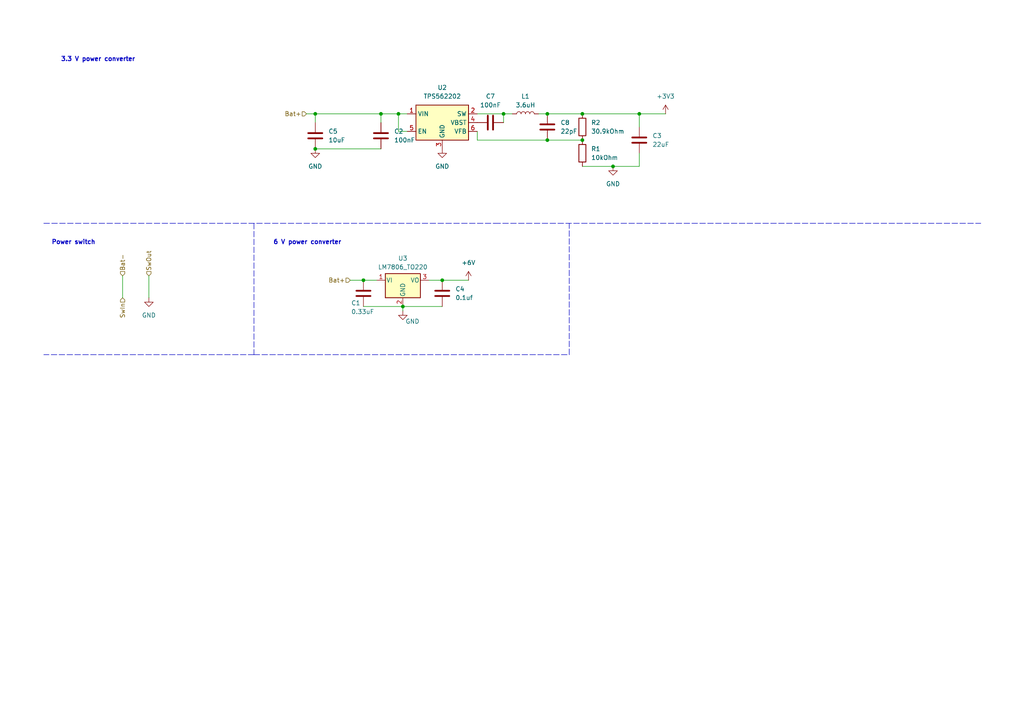
<source format=kicad_sch>
(kicad_sch (version 20250114) (generator "eeschema") (generator_version "9.0")
  (paper "A4")
  (lib_symbols
    (symbol "Device:C" (pin_numbers (hide yes)) (pin_names (offset 0.254))
      (property "Reference" "C" (at 0.635 2.54 0))
      (property "Value" "C" (at 0.635 -2.54 0))
      (symbol "C_0_1"
        (polyline (pts (xy -2.032 0.762) (xy 2.032 0.762)) (stroke (width 0.508)))
        (polyline (pts (xy -2.032 -0.762) (xy 2.032 -0.762)) (stroke (width 0.508)))
      )
      (symbol "C_1_1"
        (pin passive line (at 0 3.81 270) (length 2.794) (name "~") (number "1"))
        (pin passive line (at 0 -3.81 90) (length 2.794) (name "~") (number "2"))
      )
    )
    (symbol "Device:L" (pin_numbers (hide yes)) (pin_names (offset 1.016) (hide yes))
      (property "Reference" "L" (at -1.27 0 90))
      (property "Value" "L" (at 1.905 0 90))
      (symbol "L_0_1"
        (arc (start 0 2.54) (mid 0.6323 1.905) (end 0 1.27))
        (arc (start 0 1.27) (mid 0.6323 0.635) (end 0 0))
        (arc (start 0 0) (mid 0.6323 -0.635) (end 0 -1.27))
        (arc (start 0 -1.27) (mid 0.6323 -1.905) (end 0 -2.54))
      )
      (symbol "L_1_1"
        (pin passive line (at 0 3.81 270) (length 1.27) (name "1") (number "1"))
        (pin passive line (at 0 -3.81 90) (length 1.27) (name "2") (number "2"))
      )
    )
    (symbol "Device:R" (pin_numbers (hide yes)) (pin_names (offset 0))
      (property "Reference" "R" (at 2.032 0 90))
      (property "Value" "R" (at 0 0 90))
      (symbol "R_0_1"
        (rectangle (start -1.016 -2.54) (end 1.016 2.54) (stroke (width 0.254)))
      )
      (symbol "R_1_1"
        (pin passive line (at 0 3.81 270) (length 1.27) (name "~") (number "1"))
        (pin passive line (at 0 -3.81 90) (length 1.27) (name "~") (number "2"))
      )
    )
    (symbol "Regulator_Linear:LM7806_TO220" (pin_names (offset 0.254))
      (property "Reference" "U" (at -3.81 3.175 0))
      (property "Value" "LM7806_TO220" (at 0 3.175 0))
      (symbol "LM7806_TO220_0_1"
        (rectangle (start -5.08 1.905) (end 5.08 -5.08) (stroke (width 0.254)) (fill (type background)))
      )
      (symbol "LM7806_TO220_1_1"
        (pin power_in line (at -7.62 0 0) (length 2.54) (name "VI") (number "1"))
        (pin power_in line (at 0 -7.62 90) (length 2.54) (name "GND") (number "2"))
        (pin power_out line (at 7.62 0 180) (length 2.54) (name "VO") (number "3"))
      )
    )
    (symbol "Regulator_Switching:TPS562202"
      (property "Reference" "U" (at -7.62 6.35 0))
      (property "Value" "TPS562202" (at -2.54 6.35 0))
      (symbol "TPS562202_0_1"
        (rectangle (start -7.62 5.08) (end 7.62 -5.08) (stroke (width 0.254)) (fill (type background)))
      )
      (symbol "TPS562202_1_1"
        (pin power_in line (at -10.16 2.54 0) (length 2.54) (name "VIN") (number "1"))
        (pin input line (at -10.16 -2.54 0) (length 2.54) (name "EN") (number "5"))
        (pin power_in line (at 0 -7.62 90) (length 2.54) (name "GND") (number "3"))
        (pin output line (at 10.16 2.54 180) (length 2.54) (name "SW") (number "2"))
        (pin passive line (at 10.16 0 180) (length 2.54) (name "VBST") (number "4"))
        (pin input line (at 10.16 -2.54 180) (length 2.54) (name "VFB") (number "6"))
      )
    )
    (symbol "power:+3V3" (power) (pin_numbers (hide yes)) (pin_names (offset 0) (hide yes))
      (property "Value" "+3V3" (at 0 3.556 0))
      (symbol "+3V3_0_1"
        (polyline (pts (xy -0.762 1.27) (xy 0 2.54)))
        (polyline (pts (xy 0 2.54) (xy 0.762 1.27)))
        (polyline (pts (xy 0 0) (xy 0 2.54)))
      )
      (symbol "+3V3_1_1"
        (pin power_in line (at 0 0 90) (length 0) (name "~") (number "1"))
      )
    )
    (symbol "power:+6V" (power) (pin_numbers (hide yes)) (pin_names (offset 0) (hide yes))
      (property "Value" "+6V" (at 0 3.556 0))
      (symbol "+6V_0_1"
        (polyline (pts (xy -0.762 1.27) (xy 0 2.54)))
        (polyline (pts (xy 0 2.54) (xy 0.762 1.27)))
        (polyline (pts (xy 0 0) (xy 0 2.54)))
      )
      (symbol "+6V_1_1"
        (pin power_in line (at 0 0 90) (length 0) (name "~") (number "1"))
      )
    )
    (symbol "power:GND" (power) (pin_numbers (hide yes)) (pin_names (offset 0) (hide yes))
      (property "Value" "GND" (at 0 -3.81 0))
      (symbol "GND_0_1"
        (polyline (pts (xy 0 0) (xy 0 -1.27) (xy 1.27 -1.27) (xy 0 -2.54) (xy -1.27 -1.27) (xy 0 -1.27)))
      )
      (symbol "GND_1_1"
        (pin power_in line (at 0 0 270) (length 0) (name "~") (number "1"))
      )
    )
  )
  (text "6 V power converter" (at 89.154 70.358 0) (effects (font (size 1.27 1.27) (thickness 0.254) (bold yes))))
  (text "Power switch" (at 21.336 70.358 0) (effects (font (size 1.27 1.27) (thickness 0.254) (bold yes))))
  (text "3.3 V power converter" (at 28.448 17.272 0) (effects (font (size 1.27 1.27) (thickness 0.254) (bold yes))))
  (junction (at 146.05 33.02))
  (junction (at 115.57 33.02))
  (junction (at 168.91 33.02))
  (junction (at 168.91 40.64))
  (junction (at 91.44 33.02))
  (junction (at 91.44 43.18))
  (junction (at 177.8 48.26))
  (junction (at 185.42 33.02))
  (junction (at 158.75 33.02))
  (junction (at 116.84 88.9))
  (junction (at 105.41 81.28))
  (junction (at 158.75 40.64))
  (junction (at 110.49 33.02))
  (junction (at 128.27 81.28))
  (wire (pts (xy 156.21 33.02) (xy 158.75 33.02)))
  (wire (pts (xy 118.11 38.1) (xy 115.57 38.1)))
  (wire (pts (xy 91.44 33.02) (xy 91.44 35.56)))
  (wire (pts (xy 124.46 81.28) (xy 128.27 81.28)))
  (wire (pts (xy 43.18 80.01) (xy 43.18 86.36)))
  (wire (pts (xy 158.75 33.02) (xy 168.91 33.02)))
  (wire (pts (xy 115.57 38.1) (xy 115.57 33.02)))
  (wire (pts (xy 185.42 33.02) (xy 193.04 33.02)))
  (wire (pts (xy 138.43 33.02) (xy 146.05 33.02)))
  (wire (pts (xy 110.49 33.02) (xy 115.57 33.02)))
  (wire (pts (xy 168.91 48.26) (xy 177.8 48.26)))
  (wire (pts (xy 105.41 88.9) (xy 116.84 88.9)))
  (wire (pts (xy 158.75 40.64) (xy 168.91 40.64)))
  (wire (pts (xy 146.05 33.02) (xy 148.59 33.02)))
  (wire (pts (xy 91.44 33.02) (xy 110.49 33.02)))
  (wire (pts (xy 168.91 33.02) (xy 185.42 33.02)))
  (polyline (pts (xy 73.66 102.87) (xy 165.1 102.87)) (stroke (width 0) (type dash)))
  (wire (pts (xy 185.42 36.83) (xy 185.42 33.02)))
  (wire (pts (xy 115.57 33.02) (xy 118.11 33.02)))
  (wire (pts (xy 109.22 81.28) (xy 105.41 81.28)))
  (wire (pts (xy 35.56 80.01) (xy 35.56 86.36)))
  (wire (pts (xy 146.05 33.02) (xy 146.05 35.56)))
  (wire (pts (xy 138.43 40.64) (xy 158.75 40.64)))
  (polyline (pts (xy 12.7 64.77) (xy 143.51 64.77)) (stroke (width 0) (type dash)))
  (wire (pts (xy 185.42 48.26) (xy 185.42 44.45)))
  (wire (pts (xy 88.9 33.02) (xy 91.44 33.02)))
  (polyline (pts (xy 73.66 102.87) (xy 12.7 102.87)) (stroke (width 0) (type dash)))
  (polyline (pts (xy 143.51 64.77) (xy 284.48 64.77)) (stroke (width 0) (type dash)))
  (wire (pts (xy 116.84 88.9) (xy 116.84 90.17)))
  (wire (pts (xy 138.43 38.1) (xy 138.43 40.64)))
  (wire (pts (xy 128.27 81.28) (xy 135.89 81.28)))
  (wire (pts (xy 128.27 88.9) (xy 116.84 88.9)))
  (wire (pts (xy 110.49 33.02) (xy 110.49 35.56)))
  (wire (pts (xy 101.6 81.28) (xy 105.41 81.28)))
  (polyline (pts (xy 165.1 102.87) (xy 165.1 64.77)) (stroke (width 0) (type dash)))
  (wire (pts (xy 91.44 43.18) (xy 110.49 43.18)))
  (polyline (pts (xy 73.66 64.77) (xy 73.66 102.87)) (stroke (width 0) (type dash)))
  (wire (pts (xy 177.8 48.26) (xy 185.42 48.26)))
  (hierarchical_label "Bat-" (shape input) (at 35.56 80.01 90))
  (hierarchical_label "Bat+" (shape input) (at 101.6 81.28 180))
  (hierarchical_label "SwIn" (shape input) (at 35.56 86.36 270))
  (hierarchical_label "Bat+" (shape input) (at 88.9 33.02 180))
  (hierarchical_label "SwOut" (shape input) (at 43.18 80.01 90))
  (symbol (lib_id "Regulator_Linear:LM7806_TO220") (at 116.84 81.28 0) (unit 1)
    (property "Reference" "U3" (at 116.84 74.93 0))
    (property "Value" "LM7806_TO220" (at 116.84 77.47 0))
    (property "Footprint" "Package_TO_SOT_THT:TO-220-3_Vertical" (effects (hide yes)))
    (property "Datasheet" "https://www.onsemi.cn/PowerSolutions/document/MC7800-D.PDF" (effects (hide yes)))
    (property "Description" "Positive 1A 35V Linear Regulator, Fixed Output 6V, TO-220" (effects (hide yes)))
  )
  (symbol (lib_id "power:GND") (at 177.8 48.26 0) (unit 1)
    (property "Reference" "#PWR04" (effects (hide yes)))
    (property "Value" "GND" (at 177.8 53.34 0))
    (property "Description" "Power symbol creates a global label with name \"GND\" , ground" (effects (hide yes)))
  )
  (symbol (lib_id "power:+6V") (at 135.89 81.28 0) (unit 1)
    (property "Reference" "#PWR05" (effects (hide yes)))
    (property "Value" "+6V" (at 135.89 76.2 0))
    (property "Description" "Power symbol creates a global label with name \"+6V\"" (effects (hide yes)))
  )
  (symbol (lib_id "Device:C") (at 128.27 85.09 0) (unit 1)
    (property "Reference" "C4" (at 132.08 83.8199 0) (effects (justify left)))
    (property "Value" "0.1uf" (at 132.08 86.3599 0) (effects (justify left)))
    (property "Footprint" "Capacitor_SMD:C_0402_1005Metric_Pad0.74x0.62mm_HandSolder" (effects (hide yes)))
    (property "Description" "Unpolarized capacitor" (effects (hide yes)))
  )
  (symbol (lib_id "power:GND") (at 91.44 43.18 0) (unit 1)
    (property "Reference" "#PWR01" (effects (hide yes)))
    (property "Value" "GND" (at 91.44 48.26 0))
    (property "Description" "Power symbol creates a global label with name \"GND\" , ground" (effects (hide yes)))
  )
  (symbol (lib_id "power:GND") (at 128.27 43.18 0) (unit 1)
    (property "Reference" "#PWR02" (effects (hide yes)))
    (property "Value" "GND" (at 128.27 48.26 0))
    (property "Description" "Power symbol creates a global label with name \"GND\" , ground" (effects (hide yes)))
  )
  (symbol (lib_id "power:GND") (at 43.18 86.36 0) (unit 1)
    (property "Reference" "#PWR07" (effects (hide yes)))
    (property "Value" "GND" (at 43.18 91.44 0))
    (property "Description" "Power symbol creates a global label with name \"GND\" , ground" (effects (hide yes)))
  )
  (symbol (lib_id "Regulator_Switching:TPS562202") (at 128.27 35.56 0) (unit 1)
    (property "Reference" "U2" (at 128.27 25.4 0))
    (property "Value" "TPS562202" (at 128.27 27.94 0))
    (property "Footprint" "Package_TO_SOT_SMD:SOT-563" (effects (hide yes)))
    (property "Datasheet" "https://www.ti.com/lit/gpn/tps562202" (effects (hide yes)))
    (property "Description" "2A Synchronous Step-Down Voltage Regulator 580kHz, adjustable output voltage, 4.5-17V Input Voltage, 0.804V-7V Output Voltage, SOT-563" (effects (hide yes)))
  )
  (symbol (lib_id "Device:C") (at 158.75 36.83 0) (unit 1)
    (property "Reference" "C8" (at 162.56 35.5599 0) (effects (justify left)))
    (property "Value" "22pF" (at 162.56 38.0999 0) (effects (justify left)))
    (property "Footprint" "Capacitor_SMD:C_0201_0603Metric_Pad0.64x0.40mm_HandSolder" (effects (hide yes)))
    (property "Description" "Unpolarized capacitor" (effects (hide yes)))
  )
  (symbol (lib_id "power:GND") (at 116.84 90.17 0) (unit 1)
    (property "Reference" "#PWR03" (effects (hide yes)))
    (property "Value" "GND" (at 119.634 93.218 0))
    (property "Description" "Power symbol creates a global label with name \"GND\" , ground" (effects (hide yes)))
  )
  (symbol (lib_id "Device:C") (at 105.41 85.09 0) (unit 1)
    (property "Reference" "C1" (at 101.854 87.884 0) (effects (justify left)))
    (property "Value" "0.33uF" (at 101.854 90.424 0) (effects (justify left)))
    (property "Footprint" "Capacitor_SMD:C_0402_1005Metric_Pad0.74x0.62mm_HandSolder" (effects (hide yes)))
    (property "Description" "Unpolarized capacitor" (effects (hide yes)))
  )
  (symbol (lib_id "Device:C") (at 91.44 39.37 0) (unit 1)
    (property "Reference" "C5" (at 95.25 38.0999 0) (effects (justify left)))
    (property "Value" "10uF" (at 95.25 40.6399 0) (effects (justify left)))
    (property "Footprint" "Capacitor_SMD:C_0805_2012Metric_Pad1.18x1.45mm_HandSolder" (effects (hide yes)))
    (property "Description" "Unpolarized capacitor" (effects (hide yes)))
  )
  (symbol (lib_id "Device:L") (at 152.4 33.02 90) (unit 1)
    (property "Reference" "L1" (at 152.4 27.94 90))
    (property "Value" "3.6uH" (at 152.4 30.48 90))
    (property "Footprint" "Inductor_SMD:L_Bourns-SRN8040_8x8.15mm" (effects (hide yes)))
    (property "Description" "Inductor" (effects (hide yes)))
  )
  (symbol (lib_id "Device:C") (at 185.42 40.64 0) (unit 1)
    (property "Reference" "C3" (at 189.23 39.3699 0) (effects (justify left)))
    (property "Value" "22uF" (at 189.23 41.9099 0) (effects (justify left)))
    (property "Footprint" "Capacitor_SMD:C_0805_2012Metric_Pad1.18x1.45mm_HandSolder" (effects (hide yes)))
    (property "Description" "Unpolarized capacitor" (effects (hide yes)))
  )
  (symbol (lib_id "Device:R") (at 168.91 44.45 0) (unit 1)
    (property "Reference" "R1" (at 171.45 43.1799 0) (effects (justify left)))
    (property "Value" "10kOhm" (at 171.45 45.7199 0) (effects (justify left)))
    (property "Footprint" "Resistor_SMD:R_0402_1005Metric_Pad0.72x0.64mm_HandSolder" (effects (hide yes)))
    (property "Description" "Resistor" (effects (hide yes)))
  )
  (symbol (lib_id "Device:C") (at 142.24 35.56 90) (unit 1)
    (property "Reference" "C7" (at 142.24 27.94 90))
    (property "Value" "100nF" (at 142.24 30.48 90))
    (property "Footprint" "Capacitor_SMD:C_0603_1608Metric_Pad1.08x0.95mm_HandSolder" (effects (hide yes)))
    (property "Description" "Unpolarized capacitor" (effects (hide yes)))
  )
  (symbol (lib_id "Device:C") (at 110.49 39.37 0) (unit 1)
    (property "Reference" "C2" (at 114.3 38.0999 0) (effects (justify left)))
    (property "Value" "100nF" (at 114.3 40.6399 0) (effects (justify left)))
    (property "Footprint" "Capacitor_SMD:C_0402_1005Metric_Pad0.74x0.62mm_HandSolder" (effects (hide yes)))
    (property "Description" "Unpolarized capacitor" (effects (hide yes)))
  )
  (symbol (lib_id "power:+3V3") (at 193.04 33.02 0) (unit 1)
    (property "Reference" "#PWR06" (effects (hide yes)))
    (property "Value" "+3V3" (at 193.04 27.94 0))
    (property "Description" "Power symbol creates a global label with name \"+3V3\"" (effects (hide yes)))
  )
  (symbol (lib_id "Device:R") (at 168.91 36.83 0) (unit 1)
    (property "Reference" "R2" (at 171.45 35.5599 0) (effects (justify left)))
    (property "Value" "30.9kOhm" (at 171.45 38.0999 0) (effects (justify left)))
    (property "Footprint" "Resistor_SMD:R_0402_1005Metric_Pad0.72x0.64mm_HandSolder" (effects (hide yes)))
    (property "Description" "Resistor" (effects (hide yes)))
  )
)
</source>
